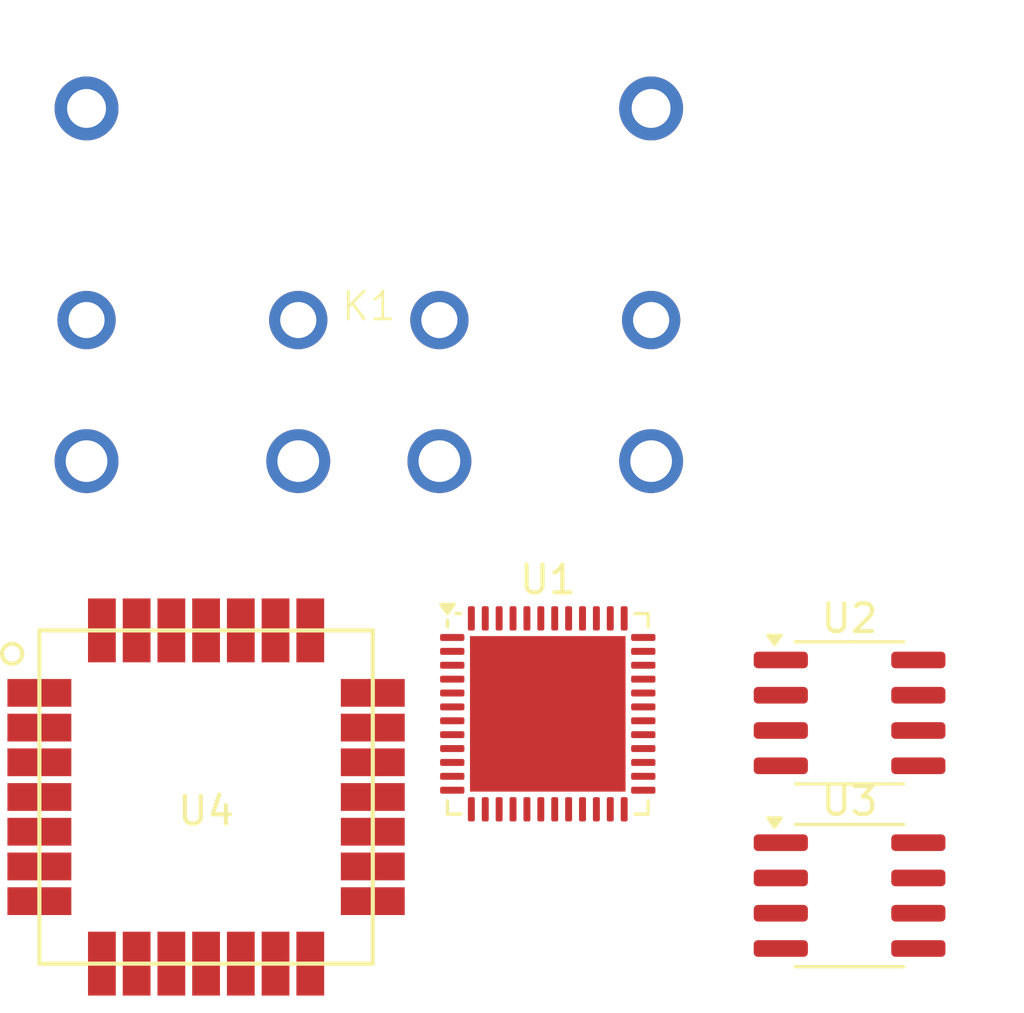
<source format=kicad_pcb>
(kicad_pcb (version 20240108) (generator "pcbnew") (generator_version "8.0")
  (layers (0 "F.Cu" signal) (31 "B.Cu" signal) (34 "B.Paste" user) (35 "F.Paste" user) (36 "B.SilkS" user "B.Silkscreen") (37 "F.SilkS" user "F.Silkscreen") (38 "B.Mask" user) (39 "F.Mask" user) (44 "Edge.Cuts" user))
  (net 0 "")
  (footprint "Package_DFN_QFN:QFN-48-1EP_7x7mm_P0.5mm_EP5.6x5.6mm" (layer "F.Cu") (at 144.0625 91.15)
    (property "Reference" "U1" (at 0 -4.83 0) (layer "F.SilkS"))
    (property "Value" "STM32G431CBUx")
    (fp_line (start -3.61 -3.135) (end -3.61 -3.37) (stroke (width 0.12)) (layer "F.SilkS"))
    (fp_line (start -3.61 3.61) (end -3.61 3.135) (stroke (width 0.12)) (layer "F.SilkS"))
    (fp_line (start -3.135 -3.61) (end -3.31 -3.61) (stroke (width 0.12)) (layer "F.SilkS"))
    (fp_line (start -3.135 3.61) (end -3.61 3.61) (stroke (width 0.12)) (layer "F.SilkS"))
    (fp_line (start 3.135 -3.61) (end 3.61 -3.61) (stroke (width 0.12)) (layer "F.SilkS"))
    (fp_line (start 3.135 3.61) (end 3.61 3.61) (stroke (width 0.12)) (layer "F.SilkS"))
    (fp_line (start 3.61 -3.61) (end 3.61 -3.135) (stroke (width 0.12)) (layer "F.SilkS"))
    (fp_line (start 3.61 3.61) (end 3.61 3.135) (stroke (width 0.12)) (layer "F.SilkS"))
    (fp_poly (pts (xy -3.61 -3.61) (xy -3.85 -3.94) (xy -3.37 -3.94) (xy -3.61 -3.61)) (stroke (width 0.12)) (fill solid) (layer "F.SilkS"))
    (pad "1" smd roundrect (at -3.4375 -2.75) (size 0.875 0.25) (layers "F.Cu" "F.Paste" "F.Mask"))
    (pad "2" smd roundrect (at -3.4375 -2.25) (size 0.875 0.25) (layers "F.Cu" "F.Paste" "F.Mask"))
    (pad "3" smd roundrect (at -3.4375 -1.75) (size 0.875 0.25) (layers "F.Cu" "F.Paste" "F.Mask"))
    (pad "4" smd roundrect (at -3.4375 -1.25) (size 0.875 0.25) (layers "F.Cu" "F.Paste" "F.Mask"))
    (pad "5" smd roundrect (at -3.4375 -0.75) (size 0.875 0.25) (layers "F.Cu" "F.Paste" "F.Mask"))
    (pad "6" smd roundrect (at -3.4375 -0.25) (size 0.875 0.25) (layers "F.Cu" "F.Paste" "F.Mask"))
    (pad "7" smd roundrect (at -3.4375 0.25) (size 0.875 0.25) (layers "F.Cu" "F.Paste" "F.Mask"))
    (pad "8" smd roundrect (at -3.4375 0.75) (size 0.875 0.25) (layers "F.Cu" "F.Paste" "F.Mask"))
    (pad "9" smd roundrect (at -3.4375 1.25) (size 0.875 0.25) (layers "F.Cu" "F.Paste" "F.Mask"))
    (pad "10" smd roundrect (at -3.4375 1.75) (size 0.875 0.25) (layers "F.Cu" "F.Paste" "F.Mask"))
    (pad "11" smd roundrect (at -3.4375 2.25) (size 0.875 0.25) (layers "F.Cu" "F.Paste" "F.Mask"))
    (pad "12" smd roundrect (at -3.4375 2.75) (size 0.875 0.25) (layers "F.Cu" "F.Paste" "F.Mask"))
    (pad "13" smd roundrect (at -2.75 3.4375) (size 0.25 0.875) (layers "F.Cu" "F.Paste" "F.Mask"))
    (pad "14" smd roundrect (at -2.25 3.4375) (size 0.25 0.875) (layers "F.Cu" "F.Paste" "F.Mask"))
    (pad "15" smd roundrect (at -1.75 3.4375) (size 0.25 0.875) (layers "F.Cu" "F.Paste" "F.Mask"))
    (pad "16" smd roundrect (at -1.25 3.4375) (size 0.25 0.875) (layers "F.Cu" "F.Paste" "F.Mask"))
    (pad "17" smd roundrect (at -0.75 3.4375) (size 0.25 0.875) (layers "F.Cu" "F.Paste" "F.Mask"))
    (pad "18" smd roundrect (at -0.25 3.4375) (size 0.25 0.875) (layers "F.Cu" "F.Paste" "F.Mask"))
    (pad "19" smd roundrect (at 0.25 3.4375) (size 0.25 0.875) (layers "F.Cu" "F.Paste" "F.Mask"))
    (pad "20" smd roundrect (at 0.75 3.4375) (size 0.25 0.875) (layers "F.Cu" "F.Paste" "F.Mask"))
    (pad "21" smd roundrect (at 1.25 3.4375) (size 0.25 0.875) (layers "F.Cu" "F.Paste" "F.Mask"))
    (pad "22" smd roundrect (at 1.75 3.4375) (size 0.25 0.875) (layers "F.Cu" "F.Paste" "F.Mask"))
    (pad "23" smd roundrect (at 2.25 3.4375) (size 0.25 0.875) (layers "F.Cu" "F.Paste" "F.Mask"))
    (pad "24" smd roundrect (at 2.75 3.4375) (size 0.25 0.875) (layers "F.Cu" "F.Paste" "F.Mask"))
    (pad "25" smd roundrect (at 3.4375 2.75) (size 0.875 0.25) (layers "F.Cu" "F.Paste" "F.Mask"))
    (pad "26" smd roundrect (at 3.4375 2.25) (size 0.875 0.25) (layers "F.Cu" "F.Paste" "F.Mask"))
    (pad "27" smd roundrect (at 3.4375 1.75) (size 0.875 0.25) (layers "F.Cu" "F.Paste" "F.Mask"))
    (pad "28" smd roundrect (at 3.4375 1.25) (size 0.875 0.25) (layers "F.Cu" "F.Paste" "F.Mask"))
    (pad "29" smd roundrect (at 3.4375 0.75) (size 0.875 0.25) (layers "F.Cu" "F.Paste" "F.Mask"))
    (pad "30" smd roundrect (at 3.4375 0.25) (size 0.875 0.25) (layers "F.Cu" "F.Paste" "F.Mask"))
    (pad "31" smd roundrect (at 3.4375 -0.25) (size 0.875 0.25) (layers "F.Cu" "F.Paste" "F.Mask"))
    (pad "32" smd roundrect (at 3.4375 -0.75) (size 0.875 0.25) (layers "F.Cu" "F.Paste" "F.Mask"))
    (pad "33" smd roundrect (at 3.4375 -1.25) (size 0.875 0.25) (layers "F.Cu" "F.Paste" "F.Mask"))
    (pad "34" smd roundrect (at 3.4375 -1.75) (size 0.875 0.25) (layers "F.Cu" "F.Paste" "F.Mask"))
    (pad "35" smd roundrect (at 3.4375 -2.25) (size 0.875 0.25) (layers "F.Cu" "F.Paste" "F.Mask"))
    (pad "36" smd roundrect (at 3.4375 -2.75) (size 0.875 0.25) (layers "F.Cu" "F.Paste" "F.Mask"))
    (pad "37" smd roundrect (at 2.75 -3.4375) (size 0.25 0.875) (layers "F.Cu" "F.Paste" "F.Mask"))
    (pad "38" smd roundrect (at 2.25 -3.4375) (size 0.25 0.875) (layers "F.Cu" "F.Paste" "F.Mask"))
    (pad "39" smd roundrect (at 1.75 -3.4375) (size 0.25 0.875) (layers "F.Cu" "F.Paste" "F.Mask"))
    (pad "40" smd roundrect (at 1.25 -3.4375) (size 0.25 0.875) (layers "F.Cu" "F.Paste" "F.Mask"))
    (pad "41" smd roundrect (at 0.75 -3.4375) (size 0.25 0.875) (layers "F.Cu" "F.Paste" "F.Mask"))
    (pad "42" smd roundrect (at 0.25 -3.4375) (size 0.25 0.875) (layers "F.Cu" "F.Paste" "F.Mask"))
    (pad "43" smd roundrect (at -0.25 -3.4375) (size 0.25 0.875) (layers "F.Cu" "F.Paste" "F.Mask"))
    (pad "44" smd roundrect (at -0.75 -3.4375) (size 0.25 0.875) (layers "F.Cu" "F.Paste" "F.Mask"))
    (pad "45" smd roundrect (at -1.25 -3.4375) (size 0.25 0.875) (layers "F.Cu" "F.Paste" "F.Mask"))
    (pad "46" smd roundrect (at -1.75 -3.4375) (size 0.25 0.875) (layers "F.Cu" "F.Paste" "F.Mask"))
    (pad "47" smd roundrect (at -2.25 -3.4375) (size 0.25 0.875) (layers "F.Cu" "F.Paste" "F.Mask"))
    (pad "48" smd roundrect (at -2.75 -3.4375) (size 0.25 0.875) (layers "F.Cu" "F.Paste" "F.Mask"))
    (pad "49" smd rect (at 0 0) (size 5.6 5.6) (property pad_prop_heatsink) (layers "F.Cu" "F.Mask"))
  )
  (footprint "Package_SO:SOIC-8_3.9x4.9mm_P1.27mm" (layer "F.Cu") (at 154.925 97.695)
    (property "Reference" "U3" (at 0 -3.4 0) (layer "F.SilkS"))
    (property "Value" "MCP2562-E-SN")
    (fp_line (start 0 -2.56) (end -1.95 -2.56) (stroke (width 0.12)) (layer "F.SilkS"))
    (fp_line (start 0 -2.56) (end 1.95 -2.56) (stroke (width 0.12)) (layer "F.SilkS"))
    (fp_line (start 0 2.56) (end -1.95 2.56) (stroke (width 0.12)) (layer "F.SilkS"))
    (fp_line (start 0 2.56) (end 1.95 2.56) (stroke (width 0.12)) (layer "F.SilkS"))
    (fp_poly (pts (xy -2.7 -2.465) (xy -2.94 -2.795) (xy -2.46 -2.795) (xy -2.7 -2.465)) (stroke (width 0.12)) (fill solid) (layer "F.SilkS"))
    (pad "1" smd roundrect (at -2.475 -1.905) (size 1.95 0.6) (layers "F.Cu" "F.Paste" "F.Mask"))
    (pad "2" smd roundrect (at -2.475 -0.635) (size 1.95 0.6) (layers "F.Cu" "F.Paste" "F.Mask"))
    (pad "3" smd roundrect (at -2.475 0.635) (size 1.95 0.6) (layers "F.Cu" "F.Paste" "F.Mask"))
    (pad "4" smd roundrect (at -2.475 1.905) (size 1.95 0.6) (layers "F.Cu" "F.Paste" "F.Mask"))
    (pad "5" smd roundrect (at 2.475 1.905) (size 1.95 0.6) (layers "F.Cu" "F.Paste" "F.Mask"))
    (pad "6" smd roundrect (at 2.475 0.635) (size 1.95 0.6) (layers "F.Cu" "F.Paste" "F.Mask"))
    (pad "7" smd roundrect (at 2.475 -0.635) (size 1.95 0.6) (layers "F.Cu" "F.Paste" "F.Mask"))
    (pad "8" smd roundrect (at 2.475 -1.905) (size 1.95 0.6) (layers "F.Cu" "F.Paste" "F.Mask"))
  )
  (footprint "GN10_Parts:LoRa-E5" (layer "F.Cu") (at 131.764853 94.145)
    (property "Reference" "U4" (at 0 0.5 0) (layer "F.SilkS"))
    (property "Value" "~")
    (fp_line (start -6 -6) (end 6 -6) (stroke (width 0.15)) (layer "F.SilkS"))
    (fp_line (start -6 6) (end -6 -6) (stroke (width 0.15)) (layer "F.SilkS"))
    (fp_line (start 6 -6) (end 6 6) (stroke (width 0.15)) (layer "F.SilkS"))
    (fp_line (start 6 6) (end -6 6) (stroke (width 0.15)) (layer "F.SilkS"))
    (fp_circle (center -6.98 -5.16) (end -6.66 -4.99) (stroke (width 0.15)) (fill none) (layer "F.SilkS"))
    (pad "1" smd rect (at -6 -3.75 90) (size 1 2.3) (layers "F.Cu" "F.Paste" "F.Mask"))
    (pad "2" smd rect (at -6 -2.5 90) (size 1 2.3) (layers "F.Cu" "F.Paste" "F.Mask"))
    (pad "3" smd rect (at -6 -1.25 90) (size 1 2.3) (layers "F.Cu" "F.Paste" "F.Mask"))
    (pad "4" smd rect (at -6 0 90) (size 1 2.3) (layers "F.Cu" "F.Paste" "F.Mask"))
    (pad "5" smd rect (at -6 1.25 90) (size 1 2.3) (layers "F.Cu" "F.Paste" "F.Mask"))
    (pad "6" smd rect (at -6 2.5 90) (size 1 2.3) (layers "F.Cu" "F.Paste" "F.Mask"))
    (pad "7" smd rect (at -6 3.75 90) (size 1 2.3) (layers "F.Cu" "F.Paste" "F.Mask"))
    (pad "8" smd rect (at -3.75 6 180) (size 1 2.3) (layers "F.Cu" "F.Paste" "F.Mask"))
    (pad "9" smd rect (at -2.5 6 180) (size 1 2.3) (layers "F.Cu" "F.Paste" "F.Mask"))
    (pad "10" smd rect (at -1.25 6 180) (size 1 2.3) (layers "F.Cu" "F.Paste" "F.Mask"))
    (pad "11" smd rect (at 0 6 180) (size 1 2.3) (layers "F.Cu" "F.Paste" "F.Mask"))
    (pad "12" smd rect (at 1.25 6 180) (size 1 2.3) (layers "F.Cu" "F.Paste" "F.Mask"))
    (pad "13" smd rect (at 2.5 6 180) (size 1 2.3) (layers "F.Cu" "F.Paste" "F.Mask"))
    (pad "14" smd rect (at 3.75 6 180) (size 1 2.3) (layers "F.Cu" "F.Paste" "F.Mask"))
    (pad "15" smd rect (at 6 3.75 270) (size 1 2.3) (layers "F.Cu" "F.Paste" "F.Mask"))
    (pad "16" smd rect (at 6 2.5 270) (size 1 2.3) (layers "F.Cu" "F.Paste" "F.Mask"))
    (pad "17" smd rect (at 6 1.25 270) (size 1 2.3) (layers "F.Cu" "F.Paste" "F.Mask"))
    (pad "18" smd rect (at 6 0 270) (size 1 2.3) (layers "F.Cu" "F.Paste" "F.Mask"))
    (pad "19" smd rect (at 6 -1.25 270) (size 1 2.3) (layers "F.Cu" "F.Paste" "F.Mask"))
    (pad "20" smd rect (at 6 -2.5 270) (size 1 2.3) (layers "F.Cu" "F.Paste" "F.Mask"))
    (pad "21" smd rect (at 6 -3.75 270) (size 1 2.3) (layers "F.Cu" "F.Paste" "F.Mask"))
    (pad "22" smd rect (at 3.75 -6) (size 1 2.3) (layers "F.Cu" "F.Paste" "F.Mask"))
    (pad "23" smd rect (at 2.5 -6) (size 1 2.3) (layers "F.Cu" "F.Paste" "F.Mask"))
    (pad "24" smd rect (at 1.25 -6) (size 1 2.3) (layers "F.Cu" "F.Paste" "F.Mask"))
    (pad "25" smd rect (at 0 -6) (size 1 2.3) (layers "F.Cu" "F.Paste" "F.Mask"))
    (pad "26" smd rect (at -1.25 -6) (size 1 2.3) (layers "F.Cu" "F.Paste" "F.Mask"))
    (pad "27" smd rect (at -2.5 -6) (size 1 2.3) (layers "F.Cu" "F.Paste" "F.Mask"))
    (pad "28" smd rect (at -3.75 -6) (size 1 2.3) (layers "F.Cu" "F.Paste" "F.Mask"))
  )
  (footprint "Package_SO:SOIC-8_3.9x4.9mm_P1.27mm" (layer "F.Cu") (at 154.925 91.115)
    (property "Reference" "U2" (at 0 -3.4 0) (layer "F.SilkS"))
    (property "Value" "MIC4427")
    (fp_line (start 0 -2.56) (end -1.95 -2.56) (stroke (width 0.12)) (layer "F.SilkS"))
    (fp_line (start 0 -2.56) (end 1.95 -2.56) (stroke (width 0.12)) (layer "F.SilkS"))
    (fp_line (start 0 2.56) (end -1.95 2.56) (stroke (width 0.12)) (layer "F.SilkS"))
    (fp_line (start 0 2.56) (end 1.95 2.56) (stroke (width 0.12)) (layer "F.SilkS"))
    (fp_poly (pts (xy -2.7 -2.465) (xy -2.94 -2.795) (xy -2.46 -2.795) (xy -2.7 -2.465)) (stroke (width 0.12)) (fill solid) (layer "F.SilkS"))
    (pad "1" smd roundrect (at -2.475 -1.905) (size 1.95 0.6) (layers "F.Cu" "F.Paste" "F.Mask"))
    (pad "2" smd roundrect (at -2.475 -0.635) (size 1.95 0.6) (layers "F.Cu" "F.Paste" "F.Mask"))
    (pad "3" smd roundrect (at -2.475 0.635) (size 1.95 0.6) (layers "F.Cu" "F.Paste" "F.Mask"))
    (pad "4" smd roundrect (at -2.475 1.905) (size 1.95 0.6) (layers "F.Cu" "F.Paste" "F.Mask"))
    (pad "5" smd roundrect (at 2.475 1.905) (size 1.95 0.6) (layers "F.Cu" "F.Paste" "F.Mask"))
    (pad "6" smd roundrect (at 2.475 0.635) (size 1.95 0.6) (layers "F.Cu" "F.Paste" "F.Mask"))
    (pad "7" smd roundrect (at 2.475 -0.635) (size 1.95 0.6) (layers "F.Cu" "F.Paste" "F.Mask"))
    (pad "8" smd roundrect (at 2.475 -1.905) (size 1.95 0.6) (layers "F.Cu" "F.Paste" "F.Mask"))
  )
  (footprint "GN10_Parts:FBR562" (layer "F.Cu") (at 137.6225 76.97)
    (property "Reference" "K1" (at 0 -0.5 0) (layer "F.SilkS") (effects (font (thickness 0.1))))
    (property "Value" "~")
    (pad "1" thru_hole circle (at -10.16 5.08) (size 2.3 2.3) (drill 1.5) (layers "*.Cu" "*.Mask"))
    (pad "2" thru_hole circle (at -2.54 5.08) (size 2.3 2.3) (drill 1.5) (layers "*.Cu" "*.Mask"))
    (pad "3" thru_hole circle (at -10.16 0) (size 2.1 2.1) (drill 1.3) (layers "*.Cu" "*.Mask"))
    (pad "4" thru_hole circle (at -2.54 0) (size 2.1 2.1) (drill 1.3) (layers "*.Cu" "*.Mask"))
    (pad "5" thru_hole circle (at -10.16 -7.62) (size 2.3 2.3) (drill 1.4) (layers "*.Cu" "*.Mask"))
    (pad "6" thru_hole circle (at 2.54 5.08) (size 2.3 2.3) (drill 1.5) (layers "*.Cu" "*.Mask"))
    (pad "7" thru_hole circle (at 10.16 5.08) (size 2.3 2.3) (drill 1.5) (layers "*.Cu" "*.Mask"))
    (pad "8" thru_hole circle (at 2.54 0) (size 2.1 2.1) (drill 1.3) (layers "*.Cu" "*.Mask"))
    (pad "9" thru_hole circle (at 10.16 0) (size 2.1 2.1) (drill 1.3) (layers "*.Cu" "*.Mask"))
    (pad "10" thru_hole circle (at 10.16 -7.62) (size 2.3 2.3) (drill 1.4) (layers "*.Cu" "*.Mask"))
  )
)
</source>
